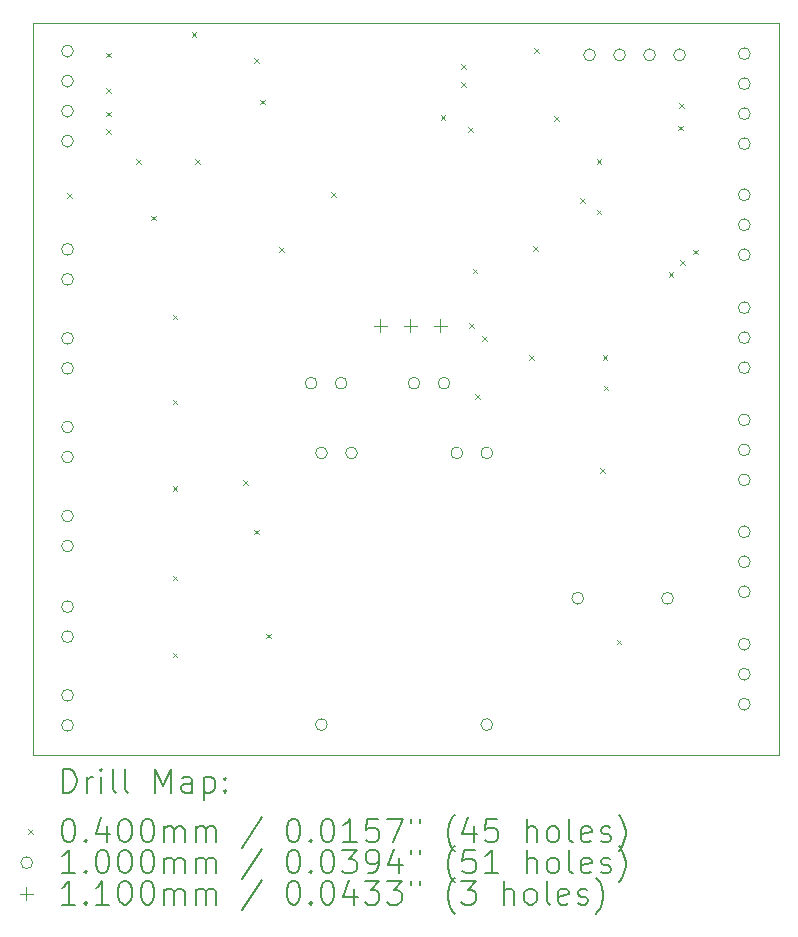
<source format=gbr>
%FSLAX45Y45*%
G04 Gerber Fmt 4.5, Leading zero omitted, Abs format (unit mm)*
G04 Created by KiCad (PCBNEW (6.0.5)) date 2023-04-20 10:53:27*
%MOMM*%
%LPD*%
G01*
G04 APERTURE LIST*
%TA.AperFunction,Profile*%
%ADD10C,0.100000*%
%TD*%
%ADD11C,0.200000*%
%ADD12C,0.040000*%
%ADD13C,0.100000*%
%ADD14C,0.110000*%
G04 APERTURE END LIST*
D10*
X15920000Y-13930000D02*
X9610000Y-13930000D01*
X9610000Y-7730000D01*
X15920000Y-7730000D01*
X15920000Y-13930000D01*
D11*
D12*
X9900000Y-9170000D02*
X9940000Y-9210000D01*
X9940000Y-9170000D02*
X9900000Y-9210000D01*
X10230000Y-7980000D02*
X10270000Y-8020000D01*
X10270000Y-7980000D02*
X10230000Y-8020000D01*
X10230000Y-8280000D02*
X10270000Y-8320000D01*
X10270000Y-8280000D02*
X10230000Y-8320000D01*
X10230000Y-8480000D02*
X10270000Y-8520000D01*
X10270000Y-8480000D02*
X10230000Y-8520000D01*
X10230000Y-8630000D02*
X10270000Y-8670000D01*
X10270000Y-8630000D02*
X10230000Y-8670000D01*
X10480000Y-8880000D02*
X10520000Y-8920000D01*
X10520000Y-8880000D02*
X10480000Y-8920000D01*
X10610000Y-9360000D02*
X10650000Y-9400000D01*
X10650000Y-9360000D02*
X10610000Y-9400000D01*
X10790000Y-10200000D02*
X10830000Y-10240000D01*
X10830000Y-10200000D02*
X10790000Y-10240000D01*
X10790000Y-10920000D02*
X10830000Y-10960000D01*
X10830000Y-10920000D02*
X10790000Y-10960000D01*
X10790000Y-11650000D02*
X10830000Y-11690000D01*
X10830000Y-11650000D02*
X10790000Y-11690000D01*
X10790000Y-12410000D02*
X10830000Y-12450000D01*
X10830000Y-12410000D02*
X10790000Y-12450000D01*
X10790000Y-13060000D02*
X10830000Y-13100000D01*
X10830000Y-13060000D02*
X10790000Y-13100000D01*
X10950000Y-7810000D02*
X10990000Y-7850000D01*
X10990000Y-7810000D02*
X10950000Y-7850000D01*
X10980000Y-8880000D02*
X11020000Y-8920000D01*
X11020000Y-8880000D02*
X10980000Y-8920000D01*
X11390000Y-11600000D02*
X11430000Y-11640000D01*
X11430000Y-11600000D02*
X11390000Y-11640000D01*
X11480000Y-8030000D02*
X11520000Y-8070000D01*
X11520000Y-8030000D02*
X11480000Y-8070000D01*
X11480000Y-12020000D02*
X11520000Y-12060000D01*
X11520000Y-12020000D02*
X11480000Y-12060000D01*
X11530000Y-8380000D02*
X11570000Y-8420000D01*
X11570000Y-8380000D02*
X11530000Y-8420000D01*
X11580000Y-12900000D02*
X11620000Y-12940000D01*
X11620000Y-12900000D02*
X11580000Y-12940000D01*
X11690000Y-9630000D02*
X11730000Y-9670000D01*
X11730000Y-9630000D02*
X11690000Y-9670000D01*
X12130000Y-9160000D02*
X12170000Y-9200000D01*
X12170000Y-9160000D02*
X12130000Y-9200000D01*
X13060000Y-8510000D02*
X13100000Y-8550000D01*
X13100000Y-8510000D02*
X13060000Y-8550000D01*
X13230000Y-8080000D02*
X13270000Y-8120000D01*
X13270000Y-8080000D02*
X13230000Y-8120000D01*
X13230000Y-8230000D02*
X13270000Y-8270000D01*
X13270000Y-8230000D02*
X13230000Y-8270000D01*
X13290000Y-8610000D02*
X13330000Y-8650000D01*
X13330000Y-8610000D02*
X13290000Y-8650000D01*
X13300000Y-10270000D02*
X13340000Y-10310000D01*
X13340000Y-10270000D02*
X13300000Y-10310000D01*
X13330000Y-9810000D02*
X13370000Y-9850000D01*
X13370000Y-9810000D02*
X13330000Y-9850000D01*
X13350000Y-10870000D02*
X13390000Y-10910000D01*
X13390000Y-10870000D02*
X13350000Y-10910000D01*
X13410000Y-10380000D02*
X13450000Y-10420000D01*
X13450000Y-10380000D02*
X13410000Y-10420000D01*
X13810000Y-10540000D02*
X13850000Y-10580000D01*
X13850000Y-10540000D02*
X13810000Y-10580000D01*
X13840000Y-9620000D02*
X13880000Y-9660000D01*
X13880000Y-9620000D02*
X13840000Y-9660000D01*
X13850000Y-7940000D02*
X13890000Y-7980000D01*
X13890000Y-7940000D02*
X13850000Y-7980000D01*
X14020000Y-8520000D02*
X14060000Y-8560000D01*
X14060000Y-8520000D02*
X14020000Y-8560000D01*
X14240000Y-9210000D02*
X14280000Y-9250000D01*
X14280000Y-9210000D02*
X14240000Y-9250000D01*
X14380000Y-8880000D02*
X14420000Y-8920000D01*
X14420000Y-8880000D02*
X14380000Y-8920000D01*
X14380000Y-9310000D02*
X14420000Y-9350000D01*
X14420000Y-9310000D02*
X14380000Y-9350000D01*
X14410000Y-11500000D02*
X14450000Y-11540000D01*
X14450000Y-11500000D02*
X14410000Y-11540000D01*
X14430000Y-10540000D02*
X14470000Y-10580000D01*
X14470000Y-10540000D02*
X14430000Y-10580000D01*
X14440000Y-10800000D02*
X14480000Y-10840000D01*
X14480000Y-10800000D02*
X14440000Y-10840000D01*
X14550000Y-12950000D02*
X14590000Y-12990000D01*
X14590000Y-12950000D02*
X14550000Y-12990000D01*
X14990000Y-9840000D02*
X15030000Y-9880000D01*
X15030000Y-9840000D02*
X14990000Y-9880000D01*
X15070000Y-8600000D02*
X15110000Y-8640000D01*
X15110000Y-8600000D02*
X15070000Y-8640000D01*
X15080000Y-8410000D02*
X15120000Y-8450000D01*
X15120000Y-8410000D02*
X15080000Y-8450000D01*
X15090000Y-9740000D02*
X15130000Y-9780000D01*
X15130000Y-9740000D02*
X15090000Y-9780000D01*
X15200000Y-9650000D02*
X15240000Y-9690000D01*
X15240000Y-9650000D02*
X15200000Y-9690000D01*
D13*
X9950000Y-7968000D02*
G75*
G03*
X9950000Y-7968000I-50000J0D01*
G01*
X9950000Y-8222000D02*
G75*
G03*
X9950000Y-8222000I-50000J0D01*
G01*
X9950000Y-8476000D02*
G75*
G03*
X9950000Y-8476000I-50000J0D01*
G01*
X9950000Y-8730000D02*
G75*
G03*
X9950000Y-8730000I-50000J0D01*
G01*
X9950000Y-9646000D02*
G75*
G03*
X9950000Y-9646000I-50000J0D01*
G01*
X9950000Y-9900000D02*
G75*
G03*
X9950000Y-9900000I-50000J0D01*
G01*
X9950000Y-10400000D02*
G75*
G03*
X9950000Y-10400000I-50000J0D01*
G01*
X9950000Y-10654000D02*
G75*
G03*
X9950000Y-10654000I-50000J0D01*
G01*
X9950000Y-11150000D02*
G75*
G03*
X9950000Y-11150000I-50000J0D01*
G01*
X9950000Y-11404000D02*
G75*
G03*
X9950000Y-11404000I-50000J0D01*
G01*
X9950000Y-11903500D02*
G75*
G03*
X9950000Y-11903500I-50000J0D01*
G01*
X9950000Y-12157500D02*
G75*
G03*
X9950000Y-12157500I-50000J0D01*
G01*
X9950000Y-12672500D02*
G75*
G03*
X9950000Y-12672500I-50000J0D01*
G01*
X9950000Y-12926500D02*
G75*
G03*
X9950000Y-12926500I-50000J0D01*
G01*
X9950000Y-13422500D02*
G75*
G03*
X9950000Y-13422500I-50000J0D01*
G01*
X9950000Y-13676500D02*
G75*
G03*
X9950000Y-13676500I-50000J0D01*
G01*
X12012500Y-10780000D02*
G75*
G03*
X12012500Y-10780000I-50000J0D01*
G01*
X12100000Y-11370000D02*
G75*
G03*
X12100000Y-11370000I-50000J0D01*
G01*
X12100000Y-13670000D02*
G75*
G03*
X12100000Y-13670000I-50000J0D01*
G01*
X12266500Y-10780000D02*
G75*
G03*
X12266500Y-10780000I-50000J0D01*
G01*
X12354000Y-11370000D02*
G75*
G03*
X12354000Y-11370000I-50000J0D01*
G01*
X12883500Y-10780000D02*
G75*
G03*
X12883500Y-10780000I-50000J0D01*
G01*
X13137500Y-10780000D02*
G75*
G03*
X13137500Y-10780000I-50000J0D01*
G01*
X13246000Y-11370000D02*
G75*
G03*
X13246000Y-11370000I-50000J0D01*
G01*
X13500000Y-11370000D02*
G75*
G03*
X13500000Y-11370000I-50000J0D01*
G01*
X13500000Y-13670000D02*
G75*
G03*
X13500000Y-13670000I-50000J0D01*
G01*
X14270000Y-12600000D02*
G75*
G03*
X14270000Y-12600000I-50000J0D01*
G01*
X14370000Y-8000000D02*
G75*
G03*
X14370000Y-8000000I-50000J0D01*
G01*
X14624000Y-8000000D02*
G75*
G03*
X14624000Y-8000000I-50000J0D01*
G01*
X14878000Y-8000000D02*
G75*
G03*
X14878000Y-8000000I-50000J0D01*
G01*
X15030000Y-12600000D02*
G75*
G03*
X15030000Y-12600000I-50000J0D01*
G01*
X15132000Y-8000000D02*
G75*
G03*
X15132000Y-8000000I-50000J0D01*
G01*
X15680000Y-7990000D02*
G75*
G03*
X15680000Y-7990000I-50000J0D01*
G01*
X15680000Y-8244000D02*
G75*
G03*
X15680000Y-8244000I-50000J0D01*
G01*
X15680000Y-8498000D02*
G75*
G03*
X15680000Y-8498000I-50000J0D01*
G01*
X15680000Y-8752000D02*
G75*
G03*
X15680000Y-8752000I-50000J0D01*
G01*
X15680000Y-9184500D02*
G75*
G03*
X15680000Y-9184500I-50000J0D01*
G01*
X15680000Y-9438500D02*
G75*
G03*
X15680000Y-9438500I-50000J0D01*
G01*
X15680000Y-9692500D02*
G75*
G03*
X15680000Y-9692500I-50000J0D01*
G01*
X15680000Y-10140000D02*
G75*
G03*
X15680000Y-10140000I-50000J0D01*
G01*
X15680000Y-10394000D02*
G75*
G03*
X15680000Y-10394000I-50000J0D01*
G01*
X15680000Y-10648000D02*
G75*
G03*
X15680000Y-10648000I-50000J0D01*
G01*
X15680000Y-11090000D02*
G75*
G03*
X15680000Y-11090000I-50000J0D01*
G01*
X15680000Y-11344000D02*
G75*
G03*
X15680000Y-11344000I-50000J0D01*
G01*
X15680000Y-11598000D02*
G75*
G03*
X15680000Y-11598000I-50000J0D01*
G01*
X15680000Y-12037500D02*
G75*
G03*
X15680000Y-12037500I-50000J0D01*
G01*
X15680000Y-12291500D02*
G75*
G03*
X15680000Y-12291500I-50000J0D01*
G01*
X15680000Y-12545500D02*
G75*
G03*
X15680000Y-12545500I-50000J0D01*
G01*
X15680000Y-12990000D02*
G75*
G03*
X15680000Y-12990000I-50000J0D01*
G01*
X15680000Y-13244000D02*
G75*
G03*
X15680000Y-13244000I-50000J0D01*
G01*
X15680000Y-13498000D02*
G75*
G03*
X15680000Y-13498000I-50000J0D01*
G01*
D14*
X12546000Y-10239500D02*
X12546000Y-10349500D01*
X12491000Y-10294500D02*
X12601000Y-10294500D01*
X12800000Y-10239500D02*
X12800000Y-10349500D01*
X12745000Y-10294500D02*
X12855000Y-10294500D01*
X13054000Y-10239500D02*
X13054000Y-10349500D01*
X12999000Y-10294500D02*
X13109000Y-10294500D01*
D11*
X9862619Y-14245476D02*
X9862619Y-14045476D01*
X9910238Y-14045476D01*
X9938810Y-14055000D01*
X9957857Y-14074048D01*
X9967381Y-14093095D01*
X9976905Y-14131190D01*
X9976905Y-14159762D01*
X9967381Y-14197857D01*
X9957857Y-14216905D01*
X9938810Y-14235952D01*
X9910238Y-14245476D01*
X9862619Y-14245476D01*
X10062619Y-14245476D02*
X10062619Y-14112143D01*
X10062619Y-14150238D02*
X10072143Y-14131190D01*
X10081667Y-14121667D01*
X10100714Y-14112143D01*
X10119762Y-14112143D01*
X10186429Y-14245476D02*
X10186429Y-14112143D01*
X10186429Y-14045476D02*
X10176905Y-14055000D01*
X10186429Y-14064524D01*
X10195952Y-14055000D01*
X10186429Y-14045476D01*
X10186429Y-14064524D01*
X10310238Y-14245476D02*
X10291190Y-14235952D01*
X10281667Y-14216905D01*
X10281667Y-14045476D01*
X10415000Y-14245476D02*
X10395952Y-14235952D01*
X10386429Y-14216905D01*
X10386429Y-14045476D01*
X10643571Y-14245476D02*
X10643571Y-14045476D01*
X10710238Y-14188333D01*
X10776905Y-14045476D01*
X10776905Y-14245476D01*
X10957857Y-14245476D02*
X10957857Y-14140714D01*
X10948333Y-14121667D01*
X10929286Y-14112143D01*
X10891190Y-14112143D01*
X10872143Y-14121667D01*
X10957857Y-14235952D02*
X10938810Y-14245476D01*
X10891190Y-14245476D01*
X10872143Y-14235952D01*
X10862619Y-14216905D01*
X10862619Y-14197857D01*
X10872143Y-14178809D01*
X10891190Y-14169286D01*
X10938810Y-14169286D01*
X10957857Y-14159762D01*
X11053095Y-14112143D02*
X11053095Y-14312143D01*
X11053095Y-14121667D02*
X11072143Y-14112143D01*
X11110238Y-14112143D01*
X11129286Y-14121667D01*
X11138810Y-14131190D01*
X11148333Y-14150238D01*
X11148333Y-14207381D01*
X11138810Y-14226428D01*
X11129286Y-14235952D01*
X11110238Y-14245476D01*
X11072143Y-14245476D01*
X11053095Y-14235952D01*
X11234048Y-14226428D02*
X11243571Y-14235952D01*
X11234048Y-14245476D01*
X11224524Y-14235952D01*
X11234048Y-14226428D01*
X11234048Y-14245476D01*
X11234048Y-14121667D02*
X11243571Y-14131190D01*
X11234048Y-14140714D01*
X11224524Y-14131190D01*
X11234048Y-14121667D01*
X11234048Y-14140714D01*
D12*
X9565000Y-14555000D02*
X9605000Y-14595000D01*
X9605000Y-14555000D02*
X9565000Y-14595000D01*
D11*
X9900714Y-14465476D02*
X9919762Y-14465476D01*
X9938810Y-14475000D01*
X9948333Y-14484524D01*
X9957857Y-14503571D01*
X9967381Y-14541667D01*
X9967381Y-14589286D01*
X9957857Y-14627381D01*
X9948333Y-14646428D01*
X9938810Y-14655952D01*
X9919762Y-14665476D01*
X9900714Y-14665476D01*
X9881667Y-14655952D01*
X9872143Y-14646428D01*
X9862619Y-14627381D01*
X9853095Y-14589286D01*
X9853095Y-14541667D01*
X9862619Y-14503571D01*
X9872143Y-14484524D01*
X9881667Y-14475000D01*
X9900714Y-14465476D01*
X10053095Y-14646428D02*
X10062619Y-14655952D01*
X10053095Y-14665476D01*
X10043571Y-14655952D01*
X10053095Y-14646428D01*
X10053095Y-14665476D01*
X10234048Y-14532143D02*
X10234048Y-14665476D01*
X10186429Y-14455952D02*
X10138810Y-14598809D01*
X10262619Y-14598809D01*
X10376905Y-14465476D02*
X10395952Y-14465476D01*
X10415000Y-14475000D01*
X10424524Y-14484524D01*
X10434048Y-14503571D01*
X10443571Y-14541667D01*
X10443571Y-14589286D01*
X10434048Y-14627381D01*
X10424524Y-14646428D01*
X10415000Y-14655952D01*
X10395952Y-14665476D01*
X10376905Y-14665476D01*
X10357857Y-14655952D01*
X10348333Y-14646428D01*
X10338810Y-14627381D01*
X10329286Y-14589286D01*
X10329286Y-14541667D01*
X10338810Y-14503571D01*
X10348333Y-14484524D01*
X10357857Y-14475000D01*
X10376905Y-14465476D01*
X10567381Y-14465476D02*
X10586429Y-14465476D01*
X10605476Y-14475000D01*
X10615000Y-14484524D01*
X10624524Y-14503571D01*
X10634048Y-14541667D01*
X10634048Y-14589286D01*
X10624524Y-14627381D01*
X10615000Y-14646428D01*
X10605476Y-14655952D01*
X10586429Y-14665476D01*
X10567381Y-14665476D01*
X10548333Y-14655952D01*
X10538810Y-14646428D01*
X10529286Y-14627381D01*
X10519762Y-14589286D01*
X10519762Y-14541667D01*
X10529286Y-14503571D01*
X10538810Y-14484524D01*
X10548333Y-14475000D01*
X10567381Y-14465476D01*
X10719762Y-14665476D02*
X10719762Y-14532143D01*
X10719762Y-14551190D02*
X10729286Y-14541667D01*
X10748333Y-14532143D01*
X10776905Y-14532143D01*
X10795952Y-14541667D01*
X10805476Y-14560714D01*
X10805476Y-14665476D01*
X10805476Y-14560714D02*
X10815000Y-14541667D01*
X10834048Y-14532143D01*
X10862619Y-14532143D01*
X10881667Y-14541667D01*
X10891190Y-14560714D01*
X10891190Y-14665476D01*
X10986429Y-14665476D02*
X10986429Y-14532143D01*
X10986429Y-14551190D02*
X10995952Y-14541667D01*
X11015000Y-14532143D01*
X11043571Y-14532143D01*
X11062619Y-14541667D01*
X11072143Y-14560714D01*
X11072143Y-14665476D01*
X11072143Y-14560714D02*
X11081667Y-14541667D01*
X11100714Y-14532143D01*
X11129286Y-14532143D01*
X11148333Y-14541667D01*
X11157857Y-14560714D01*
X11157857Y-14665476D01*
X11548333Y-14455952D02*
X11376905Y-14713095D01*
X11805476Y-14465476D02*
X11824524Y-14465476D01*
X11843571Y-14475000D01*
X11853095Y-14484524D01*
X11862619Y-14503571D01*
X11872143Y-14541667D01*
X11872143Y-14589286D01*
X11862619Y-14627381D01*
X11853095Y-14646428D01*
X11843571Y-14655952D01*
X11824524Y-14665476D01*
X11805476Y-14665476D01*
X11786428Y-14655952D01*
X11776905Y-14646428D01*
X11767381Y-14627381D01*
X11757857Y-14589286D01*
X11757857Y-14541667D01*
X11767381Y-14503571D01*
X11776905Y-14484524D01*
X11786428Y-14475000D01*
X11805476Y-14465476D01*
X11957857Y-14646428D02*
X11967381Y-14655952D01*
X11957857Y-14665476D01*
X11948333Y-14655952D01*
X11957857Y-14646428D01*
X11957857Y-14665476D01*
X12091190Y-14465476D02*
X12110238Y-14465476D01*
X12129286Y-14475000D01*
X12138809Y-14484524D01*
X12148333Y-14503571D01*
X12157857Y-14541667D01*
X12157857Y-14589286D01*
X12148333Y-14627381D01*
X12138809Y-14646428D01*
X12129286Y-14655952D01*
X12110238Y-14665476D01*
X12091190Y-14665476D01*
X12072143Y-14655952D01*
X12062619Y-14646428D01*
X12053095Y-14627381D01*
X12043571Y-14589286D01*
X12043571Y-14541667D01*
X12053095Y-14503571D01*
X12062619Y-14484524D01*
X12072143Y-14475000D01*
X12091190Y-14465476D01*
X12348333Y-14665476D02*
X12234048Y-14665476D01*
X12291190Y-14665476D02*
X12291190Y-14465476D01*
X12272143Y-14494048D01*
X12253095Y-14513095D01*
X12234048Y-14522619D01*
X12529286Y-14465476D02*
X12434048Y-14465476D01*
X12424524Y-14560714D01*
X12434048Y-14551190D01*
X12453095Y-14541667D01*
X12500714Y-14541667D01*
X12519762Y-14551190D01*
X12529286Y-14560714D01*
X12538809Y-14579762D01*
X12538809Y-14627381D01*
X12529286Y-14646428D01*
X12519762Y-14655952D01*
X12500714Y-14665476D01*
X12453095Y-14665476D01*
X12434048Y-14655952D01*
X12424524Y-14646428D01*
X12605476Y-14465476D02*
X12738809Y-14465476D01*
X12653095Y-14665476D01*
X12805476Y-14465476D02*
X12805476Y-14503571D01*
X12881667Y-14465476D02*
X12881667Y-14503571D01*
X13176905Y-14741667D02*
X13167381Y-14732143D01*
X13148333Y-14703571D01*
X13138809Y-14684524D01*
X13129286Y-14655952D01*
X13119762Y-14608333D01*
X13119762Y-14570238D01*
X13129286Y-14522619D01*
X13138809Y-14494048D01*
X13148333Y-14475000D01*
X13167381Y-14446428D01*
X13176905Y-14436905D01*
X13338809Y-14532143D02*
X13338809Y-14665476D01*
X13291190Y-14455952D02*
X13243571Y-14598809D01*
X13367381Y-14598809D01*
X13538809Y-14465476D02*
X13443571Y-14465476D01*
X13434048Y-14560714D01*
X13443571Y-14551190D01*
X13462619Y-14541667D01*
X13510238Y-14541667D01*
X13529286Y-14551190D01*
X13538809Y-14560714D01*
X13548333Y-14579762D01*
X13548333Y-14627381D01*
X13538809Y-14646428D01*
X13529286Y-14655952D01*
X13510238Y-14665476D01*
X13462619Y-14665476D01*
X13443571Y-14655952D01*
X13434048Y-14646428D01*
X13786428Y-14665476D02*
X13786428Y-14465476D01*
X13872143Y-14665476D02*
X13872143Y-14560714D01*
X13862619Y-14541667D01*
X13843571Y-14532143D01*
X13815000Y-14532143D01*
X13795952Y-14541667D01*
X13786428Y-14551190D01*
X13995952Y-14665476D02*
X13976905Y-14655952D01*
X13967381Y-14646428D01*
X13957857Y-14627381D01*
X13957857Y-14570238D01*
X13967381Y-14551190D01*
X13976905Y-14541667D01*
X13995952Y-14532143D01*
X14024524Y-14532143D01*
X14043571Y-14541667D01*
X14053095Y-14551190D01*
X14062619Y-14570238D01*
X14062619Y-14627381D01*
X14053095Y-14646428D01*
X14043571Y-14655952D01*
X14024524Y-14665476D01*
X13995952Y-14665476D01*
X14176905Y-14665476D02*
X14157857Y-14655952D01*
X14148333Y-14636905D01*
X14148333Y-14465476D01*
X14329286Y-14655952D02*
X14310238Y-14665476D01*
X14272143Y-14665476D01*
X14253095Y-14655952D01*
X14243571Y-14636905D01*
X14243571Y-14560714D01*
X14253095Y-14541667D01*
X14272143Y-14532143D01*
X14310238Y-14532143D01*
X14329286Y-14541667D01*
X14338809Y-14560714D01*
X14338809Y-14579762D01*
X14243571Y-14598809D01*
X14415000Y-14655952D02*
X14434048Y-14665476D01*
X14472143Y-14665476D01*
X14491190Y-14655952D01*
X14500714Y-14636905D01*
X14500714Y-14627381D01*
X14491190Y-14608333D01*
X14472143Y-14598809D01*
X14443571Y-14598809D01*
X14424524Y-14589286D01*
X14415000Y-14570238D01*
X14415000Y-14560714D01*
X14424524Y-14541667D01*
X14443571Y-14532143D01*
X14472143Y-14532143D01*
X14491190Y-14541667D01*
X14567381Y-14741667D02*
X14576905Y-14732143D01*
X14595952Y-14703571D01*
X14605476Y-14684524D01*
X14615000Y-14655952D01*
X14624524Y-14608333D01*
X14624524Y-14570238D01*
X14615000Y-14522619D01*
X14605476Y-14494048D01*
X14595952Y-14475000D01*
X14576905Y-14446428D01*
X14567381Y-14436905D01*
D13*
X9605000Y-14839000D02*
G75*
G03*
X9605000Y-14839000I-50000J0D01*
G01*
D11*
X9967381Y-14929476D02*
X9853095Y-14929476D01*
X9910238Y-14929476D02*
X9910238Y-14729476D01*
X9891190Y-14758048D01*
X9872143Y-14777095D01*
X9853095Y-14786619D01*
X10053095Y-14910428D02*
X10062619Y-14919952D01*
X10053095Y-14929476D01*
X10043571Y-14919952D01*
X10053095Y-14910428D01*
X10053095Y-14929476D01*
X10186429Y-14729476D02*
X10205476Y-14729476D01*
X10224524Y-14739000D01*
X10234048Y-14748524D01*
X10243571Y-14767571D01*
X10253095Y-14805667D01*
X10253095Y-14853286D01*
X10243571Y-14891381D01*
X10234048Y-14910428D01*
X10224524Y-14919952D01*
X10205476Y-14929476D01*
X10186429Y-14929476D01*
X10167381Y-14919952D01*
X10157857Y-14910428D01*
X10148333Y-14891381D01*
X10138810Y-14853286D01*
X10138810Y-14805667D01*
X10148333Y-14767571D01*
X10157857Y-14748524D01*
X10167381Y-14739000D01*
X10186429Y-14729476D01*
X10376905Y-14729476D02*
X10395952Y-14729476D01*
X10415000Y-14739000D01*
X10424524Y-14748524D01*
X10434048Y-14767571D01*
X10443571Y-14805667D01*
X10443571Y-14853286D01*
X10434048Y-14891381D01*
X10424524Y-14910428D01*
X10415000Y-14919952D01*
X10395952Y-14929476D01*
X10376905Y-14929476D01*
X10357857Y-14919952D01*
X10348333Y-14910428D01*
X10338810Y-14891381D01*
X10329286Y-14853286D01*
X10329286Y-14805667D01*
X10338810Y-14767571D01*
X10348333Y-14748524D01*
X10357857Y-14739000D01*
X10376905Y-14729476D01*
X10567381Y-14729476D02*
X10586429Y-14729476D01*
X10605476Y-14739000D01*
X10615000Y-14748524D01*
X10624524Y-14767571D01*
X10634048Y-14805667D01*
X10634048Y-14853286D01*
X10624524Y-14891381D01*
X10615000Y-14910428D01*
X10605476Y-14919952D01*
X10586429Y-14929476D01*
X10567381Y-14929476D01*
X10548333Y-14919952D01*
X10538810Y-14910428D01*
X10529286Y-14891381D01*
X10519762Y-14853286D01*
X10519762Y-14805667D01*
X10529286Y-14767571D01*
X10538810Y-14748524D01*
X10548333Y-14739000D01*
X10567381Y-14729476D01*
X10719762Y-14929476D02*
X10719762Y-14796143D01*
X10719762Y-14815190D02*
X10729286Y-14805667D01*
X10748333Y-14796143D01*
X10776905Y-14796143D01*
X10795952Y-14805667D01*
X10805476Y-14824714D01*
X10805476Y-14929476D01*
X10805476Y-14824714D02*
X10815000Y-14805667D01*
X10834048Y-14796143D01*
X10862619Y-14796143D01*
X10881667Y-14805667D01*
X10891190Y-14824714D01*
X10891190Y-14929476D01*
X10986429Y-14929476D02*
X10986429Y-14796143D01*
X10986429Y-14815190D02*
X10995952Y-14805667D01*
X11015000Y-14796143D01*
X11043571Y-14796143D01*
X11062619Y-14805667D01*
X11072143Y-14824714D01*
X11072143Y-14929476D01*
X11072143Y-14824714D02*
X11081667Y-14805667D01*
X11100714Y-14796143D01*
X11129286Y-14796143D01*
X11148333Y-14805667D01*
X11157857Y-14824714D01*
X11157857Y-14929476D01*
X11548333Y-14719952D02*
X11376905Y-14977095D01*
X11805476Y-14729476D02*
X11824524Y-14729476D01*
X11843571Y-14739000D01*
X11853095Y-14748524D01*
X11862619Y-14767571D01*
X11872143Y-14805667D01*
X11872143Y-14853286D01*
X11862619Y-14891381D01*
X11853095Y-14910428D01*
X11843571Y-14919952D01*
X11824524Y-14929476D01*
X11805476Y-14929476D01*
X11786428Y-14919952D01*
X11776905Y-14910428D01*
X11767381Y-14891381D01*
X11757857Y-14853286D01*
X11757857Y-14805667D01*
X11767381Y-14767571D01*
X11776905Y-14748524D01*
X11786428Y-14739000D01*
X11805476Y-14729476D01*
X11957857Y-14910428D02*
X11967381Y-14919952D01*
X11957857Y-14929476D01*
X11948333Y-14919952D01*
X11957857Y-14910428D01*
X11957857Y-14929476D01*
X12091190Y-14729476D02*
X12110238Y-14729476D01*
X12129286Y-14739000D01*
X12138809Y-14748524D01*
X12148333Y-14767571D01*
X12157857Y-14805667D01*
X12157857Y-14853286D01*
X12148333Y-14891381D01*
X12138809Y-14910428D01*
X12129286Y-14919952D01*
X12110238Y-14929476D01*
X12091190Y-14929476D01*
X12072143Y-14919952D01*
X12062619Y-14910428D01*
X12053095Y-14891381D01*
X12043571Y-14853286D01*
X12043571Y-14805667D01*
X12053095Y-14767571D01*
X12062619Y-14748524D01*
X12072143Y-14739000D01*
X12091190Y-14729476D01*
X12224524Y-14729476D02*
X12348333Y-14729476D01*
X12281667Y-14805667D01*
X12310238Y-14805667D01*
X12329286Y-14815190D01*
X12338809Y-14824714D01*
X12348333Y-14843762D01*
X12348333Y-14891381D01*
X12338809Y-14910428D01*
X12329286Y-14919952D01*
X12310238Y-14929476D01*
X12253095Y-14929476D01*
X12234048Y-14919952D01*
X12224524Y-14910428D01*
X12443571Y-14929476D02*
X12481667Y-14929476D01*
X12500714Y-14919952D01*
X12510238Y-14910428D01*
X12529286Y-14881857D01*
X12538809Y-14843762D01*
X12538809Y-14767571D01*
X12529286Y-14748524D01*
X12519762Y-14739000D01*
X12500714Y-14729476D01*
X12462619Y-14729476D01*
X12443571Y-14739000D01*
X12434048Y-14748524D01*
X12424524Y-14767571D01*
X12424524Y-14815190D01*
X12434048Y-14834238D01*
X12443571Y-14843762D01*
X12462619Y-14853286D01*
X12500714Y-14853286D01*
X12519762Y-14843762D01*
X12529286Y-14834238D01*
X12538809Y-14815190D01*
X12710238Y-14796143D02*
X12710238Y-14929476D01*
X12662619Y-14719952D02*
X12615000Y-14862809D01*
X12738809Y-14862809D01*
X12805476Y-14729476D02*
X12805476Y-14767571D01*
X12881667Y-14729476D02*
X12881667Y-14767571D01*
X13176905Y-15005667D02*
X13167381Y-14996143D01*
X13148333Y-14967571D01*
X13138809Y-14948524D01*
X13129286Y-14919952D01*
X13119762Y-14872333D01*
X13119762Y-14834238D01*
X13129286Y-14786619D01*
X13138809Y-14758048D01*
X13148333Y-14739000D01*
X13167381Y-14710428D01*
X13176905Y-14700905D01*
X13348333Y-14729476D02*
X13253095Y-14729476D01*
X13243571Y-14824714D01*
X13253095Y-14815190D01*
X13272143Y-14805667D01*
X13319762Y-14805667D01*
X13338809Y-14815190D01*
X13348333Y-14824714D01*
X13357857Y-14843762D01*
X13357857Y-14891381D01*
X13348333Y-14910428D01*
X13338809Y-14919952D01*
X13319762Y-14929476D01*
X13272143Y-14929476D01*
X13253095Y-14919952D01*
X13243571Y-14910428D01*
X13548333Y-14929476D02*
X13434048Y-14929476D01*
X13491190Y-14929476D02*
X13491190Y-14729476D01*
X13472143Y-14758048D01*
X13453095Y-14777095D01*
X13434048Y-14786619D01*
X13786428Y-14929476D02*
X13786428Y-14729476D01*
X13872143Y-14929476D02*
X13872143Y-14824714D01*
X13862619Y-14805667D01*
X13843571Y-14796143D01*
X13815000Y-14796143D01*
X13795952Y-14805667D01*
X13786428Y-14815190D01*
X13995952Y-14929476D02*
X13976905Y-14919952D01*
X13967381Y-14910428D01*
X13957857Y-14891381D01*
X13957857Y-14834238D01*
X13967381Y-14815190D01*
X13976905Y-14805667D01*
X13995952Y-14796143D01*
X14024524Y-14796143D01*
X14043571Y-14805667D01*
X14053095Y-14815190D01*
X14062619Y-14834238D01*
X14062619Y-14891381D01*
X14053095Y-14910428D01*
X14043571Y-14919952D01*
X14024524Y-14929476D01*
X13995952Y-14929476D01*
X14176905Y-14929476D02*
X14157857Y-14919952D01*
X14148333Y-14900905D01*
X14148333Y-14729476D01*
X14329286Y-14919952D02*
X14310238Y-14929476D01*
X14272143Y-14929476D01*
X14253095Y-14919952D01*
X14243571Y-14900905D01*
X14243571Y-14824714D01*
X14253095Y-14805667D01*
X14272143Y-14796143D01*
X14310238Y-14796143D01*
X14329286Y-14805667D01*
X14338809Y-14824714D01*
X14338809Y-14843762D01*
X14243571Y-14862809D01*
X14415000Y-14919952D02*
X14434048Y-14929476D01*
X14472143Y-14929476D01*
X14491190Y-14919952D01*
X14500714Y-14900905D01*
X14500714Y-14891381D01*
X14491190Y-14872333D01*
X14472143Y-14862809D01*
X14443571Y-14862809D01*
X14424524Y-14853286D01*
X14415000Y-14834238D01*
X14415000Y-14824714D01*
X14424524Y-14805667D01*
X14443571Y-14796143D01*
X14472143Y-14796143D01*
X14491190Y-14805667D01*
X14567381Y-15005667D02*
X14576905Y-14996143D01*
X14595952Y-14967571D01*
X14605476Y-14948524D01*
X14615000Y-14919952D01*
X14624524Y-14872333D01*
X14624524Y-14834238D01*
X14615000Y-14786619D01*
X14605476Y-14758048D01*
X14595952Y-14739000D01*
X14576905Y-14710428D01*
X14567381Y-14700905D01*
D14*
X9550000Y-15048000D02*
X9550000Y-15158000D01*
X9495000Y-15103000D02*
X9605000Y-15103000D01*
D11*
X9967381Y-15193476D02*
X9853095Y-15193476D01*
X9910238Y-15193476D02*
X9910238Y-14993476D01*
X9891190Y-15022048D01*
X9872143Y-15041095D01*
X9853095Y-15050619D01*
X10053095Y-15174428D02*
X10062619Y-15183952D01*
X10053095Y-15193476D01*
X10043571Y-15183952D01*
X10053095Y-15174428D01*
X10053095Y-15193476D01*
X10253095Y-15193476D02*
X10138810Y-15193476D01*
X10195952Y-15193476D02*
X10195952Y-14993476D01*
X10176905Y-15022048D01*
X10157857Y-15041095D01*
X10138810Y-15050619D01*
X10376905Y-14993476D02*
X10395952Y-14993476D01*
X10415000Y-15003000D01*
X10424524Y-15012524D01*
X10434048Y-15031571D01*
X10443571Y-15069667D01*
X10443571Y-15117286D01*
X10434048Y-15155381D01*
X10424524Y-15174428D01*
X10415000Y-15183952D01*
X10395952Y-15193476D01*
X10376905Y-15193476D01*
X10357857Y-15183952D01*
X10348333Y-15174428D01*
X10338810Y-15155381D01*
X10329286Y-15117286D01*
X10329286Y-15069667D01*
X10338810Y-15031571D01*
X10348333Y-15012524D01*
X10357857Y-15003000D01*
X10376905Y-14993476D01*
X10567381Y-14993476D02*
X10586429Y-14993476D01*
X10605476Y-15003000D01*
X10615000Y-15012524D01*
X10624524Y-15031571D01*
X10634048Y-15069667D01*
X10634048Y-15117286D01*
X10624524Y-15155381D01*
X10615000Y-15174428D01*
X10605476Y-15183952D01*
X10586429Y-15193476D01*
X10567381Y-15193476D01*
X10548333Y-15183952D01*
X10538810Y-15174428D01*
X10529286Y-15155381D01*
X10519762Y-15117286D01*
X10519762Y-15069667D01*
X10529286Y-15031571D01*
X10538810Y-15012524D01*
X10548333Y-15003000D01*
X10567381Y-14993476D01*
X10719762Y-15193476D02*
X10719762Y-15060143D01*
X10719762Y-15079190D02*
X10729286Y-15069667D01*
X10748333Y-15060143D01*
X10776905Y-15060143D01*
X10795952Y-15069667D01*
X10805476Y-15088714D01*
X10805476Y-15193476D01*
X10805476Y-15088714D02*
X10815000Y-15069667D01*
X10834048Y-15060143D01*
X10862619Y-15060143D01*
X10881667Y-15069667D01*
X10891190Y-15088714D01*
X10891190Y-15193476D01*
X10986429Y-15193476D02*
X10986429Y-15060143D01*
X10986429Y-15079190D02*
X10995952Y-15069667D01*
X11015000Y-15060143D01*
X11043571Y-15060143D01*
X11062619Y-15069667D01*
X11072143Y-15088714D01*
X11072143Y-15193476D01*
X11072143Y-15088714D02*
X11081667Y-15069667D01*
X11100714Y-15060143D01*
X11129286Y-15060143D01*
X11148333Y-15069667D01*
X11157857Y-15088714D01*
X11157857Y-15193476D01*
X11548333Y-14983952D02*
X11376905Y-15241095D01*
X11805476Y-14993476D02*
X11824524Y-14993476D01*
X11843571Y-15003000D01*
X11853095Y-15012524D01*
X11862619Y-15031571D01*
X11872143Y-15069667D01*
X11872143Y-15117286D01*
X11862619Y-15155381D01*
X11853095Y-15174428D01*
X11843571Y-15183952D01*
X11824524Y-15193476D01*
X11805476Y-15193476D01*
X11786428Y-15183952D01*
X11776905Y-15174428D01*
X11767381Y-15155381D01*
X11757857Y-15117286D01*
X11757857Y-15069667D01*
X11767381Y-15031571D01*
X11776905Y-15012524D01*
X11786428Y-15003000D01*
X11805476Y-14993476D01*
X11957857Y-15174428D02*
X11967381Y-15183952D01*
X11957857Y-15193476D01*
X11948333Y-15183952D01*
X11957857Y-15174428D01*
X11957857Y-15193476D01*
X12091190Y-14993476D02*
X12110238Y-14993476D01*
X12129286Y-15003000D01*
X12138809Y-15012524D01*
X12148333Y-15031571D01*
X12157857Y-15069667D01*
X12157857Y-15117286D01*
X12148333Y-15155381D01*
X12138809Y-15174428D01*
X12129286Y-15183952D01*
X12110238Y-15193476D01*
X12091190Y-15193476D01*
X12072143Y-15183952D01*
X12062619Y-15174428D01*
X12053095Y-15155381D01*
X12043571Y-15117286D01*
X12043571Y-15069667D01*
X12053095Y-15031571D01*
X12062619Y-15012524D01*
X12072143Y-15003000D01*
X12091190Y-14993476D01*
X12329286Y-15060143D02*
X12329286Y-15193476D01*
X12281667Y-14983952D02*
X12234048Y-15126809D01*
X12357857Y-15126809D01*
X12415000Y-14993476D02*
X12538809Y-14993476D01*
X12472143Y-15069667D01*
X12500714Y-15069667D01*
X12519762Y-15079190D01*
X12529286Y-15088714D01*
X12538809Y-15107762D01*
X12538809Y-15155381D01*
X12529286Y-15174428D01*
X12519762Y-15183952D01*
X12500714Y-15193476D01*
X12443571Y-15193476D01*
X12424524Y-15183952D01*
X12415000Y-15174428D01*
X12605476Y-14993476D02*
X12729286Y-14993476D01*
X12662619Y-15069667D01*
X12691190Y-15069667D01*
X12710238Y-15079190D01*
X12719762Y-15088714D01*
X12729286Y-15107762D01*
X12729286Y-15155381D01*
X12719762Y-15174428D01*
X12710238Y-15183952D01*
X12691190Y-15193476D01*
X12634048Y-15193476D01*
X12615000Y-15183952D01*
X12605476Y-15174428D01*
X12805476Y-14993476D02*
X12805476Y-15031571D01*
X12881667Y-14993476D02*
X12881667Y-15031571D01*
X13176905Y-15269667D02*
X13167381Y-15260143D01*
X13148333Y-15231571D01*
X13138809Y-15212524D01*
X13129286Y-15183952D01*
X13119762Y-15136333D01*
X13119762Y-15098238D01*
X13129286Y-15050619D01*
X13138809Y-15022048D01*
X13148333Y-15003000D01*
X13167381Y-14974428D01*
X13176905Y-14964905D01*
X13234048Y-14993476D02*
X13357857Y-14993476D01*
X13291190Y-15069667D01*
X13319762Y-15069667D01*
X13338809Y-15079190D01*
X13348333Y-15088714D01*
X13357857Y-15107762D01*
X13357857Y-15155381D01*
X13348333Y-15174428D01*
X13338809Y-15183952D01*
X13319762Y-15193476D01*
X13262619Y-15193476D01*
X13243571Y-15183952D01*
X13234048Y-15174428D01*
X13595952Y-15193476D02*
X13595952Y-14993476D01*
X13681667Y-15193476D02*
X13681667Y-15088714D01*
X13672143Y-15069667D01*
X13653095Y-15060143D01*
X13624524Y-15060143D01*
X13605476Y-15069667D01*
X13595952Y-15079190D01*
X13805476Y-15193476D02*
X13786428Y-15183952D01*
X13776905Y-15174428D01*
X13767381Y-15155381D01*
X13767381Y-15098238D01*
X13776905Y-15079190D01*
X13786428Y-15069667D01*
X13805476Y-15060143D01*
X13834048Y-15060143D01*
X13853095Y-15069667D01*
X13862619Y-15079190D01*
X13872143Y-15098238D01*
X13872143Y-15155381D01*
X13862619Y-15174428D01*
X13853095Y-15183952D01*
X13834048Y-15193476D01*
X13805476Y-15193476D01*
X13986428Y-15193476D02*
X13967381Y-15183952D01*
X13957857Y-15164905D01*
X13957857Y-14993476D01*
X14138809Y-15183952D02*
X14119762Y-15193476D01*
X14081667Y-15193476D01*
X14062619Y-15183952D01*
X14053095Y-15164905D01*
X14053095Y-15088714D01*
X14062619Y-15069667D01*
X14081667Y-15060143D01*
X14119762Y-15060143D01*
X14138809Y-15069667D01*
X14148333Y-15088714D01*
X14148333Y-15107762D01*
X14053095Y-15126809D01*
X14224524Y-15183952D02*
X14243571Y-15193476D01*
X14281667Y-15193476D01*
X14300714Y-15183952D01*
X14310238Y-15164905D01*
X14310238Y-15155381D01*
X14300714Y-15136333D01*
X14281667Y-15126809D01*
X14253095Y-15126809D01*
X14234048Y-15117286D01*
X14224524Y-15098238D01*
X14224524Y-15088714D01*
X14234048Y-15069667D01*
X14253095Y-15060143D01*
X14281667Y-15060143D01*
X14300714Y-15069667D01*
X14376905Y-15269667D02*
X14386428Y-15260143D01*
X14405476Y-15231571D01*
X14415000Y-15212524D01*
X14424524Y-15183952D01*
X14434048Y-15136333D01*
X14434048Y-15098238D01*
X14424524Y-15050619D01*
X14415000Y-15022048D01*
X14405476Y-15003000D01*
X14386428Y-14974428D01*
X14376905Y-14964905D01*
M02*

</source>
